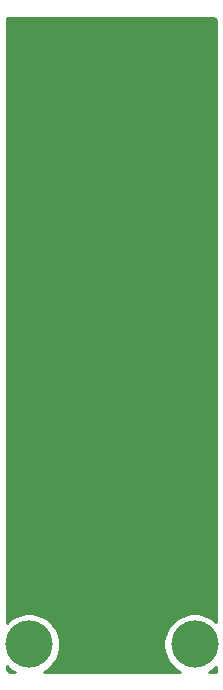
<source format=gbl>
G04 #@! TF.GenerationSoftware,KiCad,Pcbnew,(5.1.2)-2*
G04 #@! TF.CreationDate,2020-03-06T16:15:23+08:00*
G04 #@! TF.ProjectId,cover,636f7665-722e-46b6-9963-61645f706362,rev?*
G04 #@! TF.SameCoordinates,Original*
G04 #@! TF.FileFunction,Copper,L2,Bot*
G04 #@! TF.FilePolarity,Positive*
%FSLAX46Y46*%
G04 Gerber Fmt 4.6, Leading zero omitted, Abs format (unit mm)*
G04 Created by KiCad (PCBNEW (5.1.2)-2) date 2020-03-06 16:15:23*
%MOMM*%
%LPD*%
G04 APERTURE LIST*
%ADD10C,4.000000*%
%ADD11C,0.254000*%
G04 APERTURE END LIST*
D10*
X169912420Y-134701478D03*
X155912420Y-134701478D03*
D11*
G36*
X154232705Y-136748216D02*
G01*
X154664279Y-137036585D01*
X154676092Y-137041478D01*
X154394699Y-137041478D01*
X154296996Y-137031898D01*
X154234063Y-137012898D01*
X154176014Y-136982032D01*
X154125077Y-136940489D01*
X154083172Y-136889834D01*
X154051905Y-136832007D01*
X154032464Y-136769206D01*
X154022420Y-136673643D01*
X154022420Y-136537931D01*
X154232705Y-136748216D01*
X154232705Y-136748216D01*
G37*
X154232705Y-136748216D02*
X154664279Y-137036585D01*
X154676092Y-137041478D01*
X154394699Y-137041478D01*
X154296996Y-137031898D01*
X154234063Y-137012898D01*
X154176014Y-136982032D01*
X154125077Y-136940489D01*
X154083172Y-136889834D01*
X154051905Y-136832007D01*
X154032464Y-136769206D01*
X154022420Y-136673643D01*
X154022420Y-136537931D01*
X154232705Y-136748216D01*
G36*
X171477844Y-81671058D02*
G01*
X171540776Y-81690058D01*
X171598825Y-81720923D01*
X171649763Y-81762467D01*
X171691668Y-81813122D01*
X171722935Y-81870949D01*
X171742376Y-81933750D01*
X171752421Y-82029323D01*
X171752420Y-132815025D01*
X171592135Y-132654740D01*
X171160561Y-132366371D01*
X170681021Y-132167739D01*
X170171945Y-132066478D01*
X169652895Y-132066478D01*
X169143819Y-132167739D01*
X168664279Y-132366371D01*
X168232705Y-132654740D01*
X167865682Y-133021763D01*
X167577313Y-133453337D01*
X167378681Y-133932877D01*
X167277420Y-134441953D01*
X167277420Y-134961003D01*
X167378681Y-135470079D01*
X167577313Y-135949619D01*
X167865682Y-136381193D01*
X168232705Y-136748216D01*
X168664279Y-137036585D01*
X168676092Y-137041478D01*
X157148748Y-137041478D01*
X157160561Y-137036585D01*
X157592135Y-136748216D01*
X157959158Y-136381193D01*
X158247527Y-135949619D01*
X158446159Y-135470079D01*
X158547420Y-134961003D01*
X158547420Y-134441953D01*
X158446159Y-133932877D01*
X158247527Y-133453337D01*
X157959158Y-133021763D01*
X157592135Y-132654740D01*
X157160561Y-132366371D01*
X156681021Y-132167739D01*
X156171945Y-132066478D01*
X155652895Y-132066478D01*
X155143819Y-132167739D01*
X154664279Y-132366371D01*
X154232705Y-132654740D01*
X154022420Y-132865025D01*
X154022420Y-81661478D01*
X171380141Y-81661478D01*
X171477844Y-81671058D01*
X171477844Y-81671058D01*
G37*
X171477844Y-81671058D02*
X171540776Y-81690058D01*
X171598825Y-81720923D01*
X171649763Y-81762467D01*
X171691668Y-81813122D01*
X171722935Y-81870949D01*
X171742376Y-81933750D01*
X171752421Y-82029323D01*
X171752420Y-132815025D01*
X171592135Y-132654740D01*
X171160561Y-132366371D01*
X170681021Y-132167739D01*
X170171945Y-132066478D01*
X169652895Y-132066478D01*
X169143819Y-132167739D01*
X168664279Y-132366371D01*
X168232705Y-132654740D01*
X167865682Y-133021763D01*
X167577313Y-133453337D01*
X167378681Y-133932877D01*
X167277420Y-134441953D01*
X167277420Y-134961003D01*
X167378681Y-135470079D01*
X167577313Y-135949619D01*
X167865682Y-136381193D01*
X168232705Y-136748216D01*
X168664279Y-137036585D01*
X168676092Y-137041478D01*
X157148748Y-137041478D01*
X157160561Y-137036585D01*
X157592135Y-136748216D01*
X157959158Y-136381193D01*
X158247527Y-135949619D01*
X158446159Y-135470079D01*
X158547420Y-134961003D01*
X158547420Y-134441953D01*
X158446159Y-133932877D01*
X158247527Y-133453337D01*
X157959158Y-133021763D01*
X157592135Y-132654740D01*
X157160561Y-132366371D01*
X156681021Y-132167739D01*
X156171945Y-132066478D01*
X155652895Y-132066478D01*
X155143819Y-132167739D01*
X154664279Y-132366371D01*
X154232705Y-132654740D01*
X154022420Y-132865025D01*
X154022420Y-81661478D01*
X171380141Y-81661478D01*
X171477844Y-81671058D01*
G36*
X171752420Y-137041478D02*
G01*
X171148748Y-137041478D01*
X171160561Y-137036585D01*
X171592135Y-136748216D01*
X171752420Y-136587931D01*
X171752420Y-137041478D01*
X171752420Y-137041478D01*
G37*
X171752420Y-137041478D02*
X171148748Y-137041478D01*
X171160561Y-137036585D01*
X171592135Y-136748216D01*
X171752420Y-136587931D01*
X171752420Y-137041478D01*
M02*

</source>
